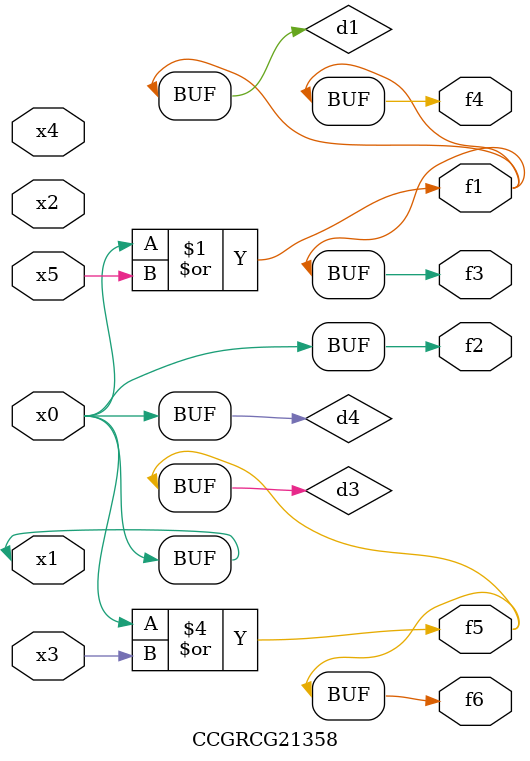
<source format=v>
module CCGRCG21358(
	input x0, x1, x2, x3, x4, x5,
	output f1, f2, f3, f4, f5, f6
);

	wire d1, d2, d3, d4;

	or (d1, x0, x5);
	xnor (d2, x1, x4);
	or (d3, x0, x3);
	buf (d4, x0, x1);
	assign f1 = d1;
	assign f2 = d4;
	assign f3 = d1;
	assign f4 = d1;
	assign f5 = d3;
	assign f6 = d3;
endmodule

</source>
